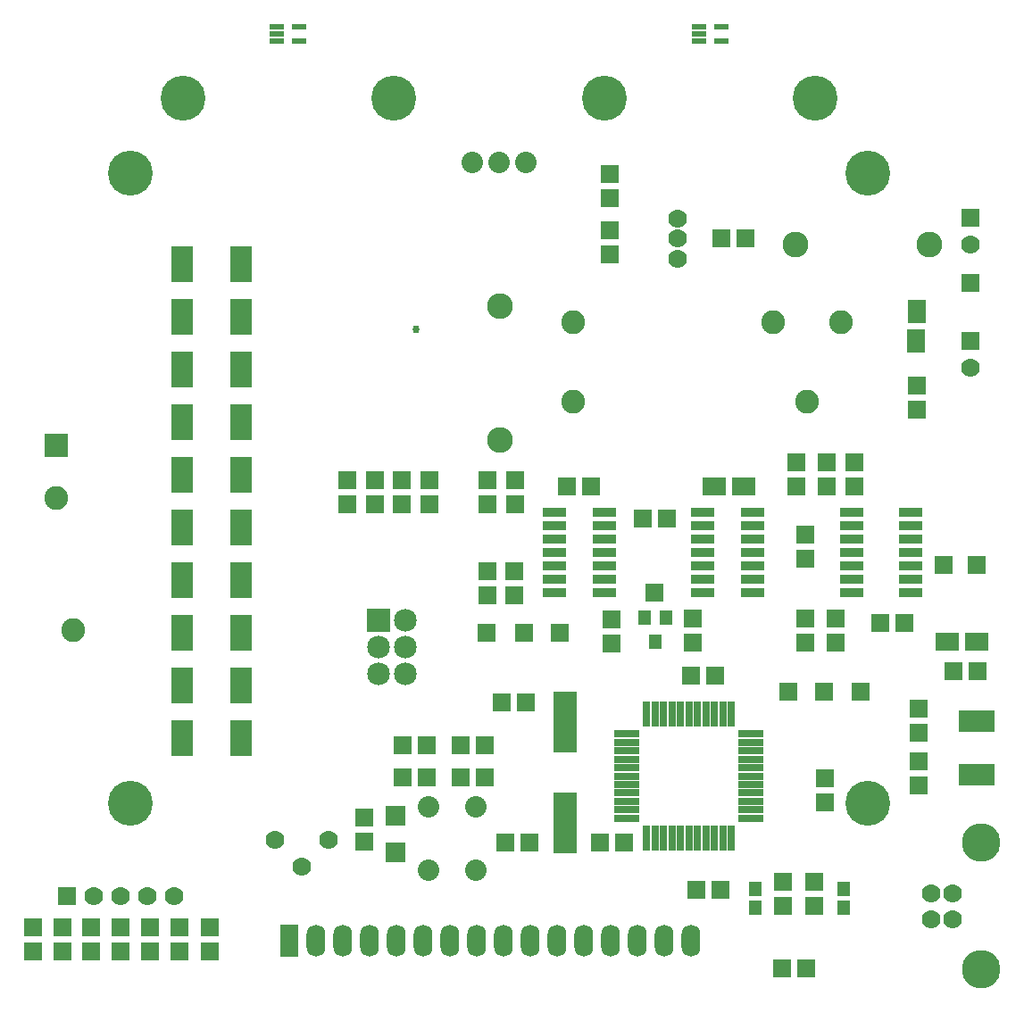
<source format=gts>
%FSLAX23Y23*%
%MOIN*%
G04 EasyPC Gerber Version 16.0.6 Build 3249 *
%ADD167O,0.02575X0.02969*%
%ADD135O,0.07000X0.12000*%
%ADD163R,0.02969X0.09268*%
%ADD159R,0.04937X0.05291*%
%ADD157R,0.05000X0.05800*%
%ADD152R,0.06500X0.07000*%
%ADD158R,0.06500X0.09000*%
%ADD134R,0.07000X0.12000*%
%ADD151R,0.08100X0.13200*%
%ADD164R,0.08874X0.22654*%
%ADD126R,0.07000X0.07000*%
%ADD165R,0.07300X0.07300*%
%ADD132R,0.08500X0.08500*%
%ADD153R,0.08874X0.08874*%
%ADD127C,0.07000*%
%ADD131C,0.07000*%
%ADD136C,0.08000*%
%ADD125C,0.08000*%
%ADD133C,0.08500*%
%ADD128C,0.08874*%
%ADD166C,0.08874*%
%ADD129C,0.09600*%
%ADD130C,0.14386*%
%ADD161R,0.05600X0.02400*%
%ADD162R,0.09268X0.02969*%
%ADD154R,0.08800X0.03200*%
%ADD150R,0.09000X0.03500*%
%ADD155R,0.07000X0.06500*%
%ADD156R,0.09000X0.06500*%
%ADD160R,0.13600X0.08000*%
%ADD124C,0.16748*%
X0Y0D02*
D02*
D124*
X593Y1362D03*
Y3716D03*
X790Y3996D03*
X1577D03*
X2365D03*
X3152D03*
X3349Y1362D03*
Y3716D03*
D02*
D125*
X1871Y3756D03*
X1971D03*
X2071D03*
D02*
D126*
X357Y1016D03*
X1924Y2000D03*
X2065D03*
X2199D03*
X2550Y2150D03*
X3050Y1779D03*
X3184D03*
X3321D03*
X3632Y2252D03*
X3731Y3090D03*
Y3307D03*
Y3551D03*
X3754Y2252D03*
D02*
D127*
X457Y1016D03*
X557D03*
X657D03*
X757D03*
X3585Y929D03*
Y1027D03*
X3664Y929D03*
Y1027D03*
X3731Y2990D03*
Y3451D03*
D02*
D128*
X317Y2504D03*
X2247Y2862D03*
Y3161D03*
X2995D03*
X3121Y2862D03*
X3247Y3161D03*
D02*
D129*
X1975Y2720D03*
Y3220D03*
X3077Y3449D03*
X3577D03*
D02*
D130*
X3770Y742D03*
Y1215D03*
D02*
D131*
X1133Y1228D03*
X1233Y1128D03*
X1333Y1228D03*
X2636Y3398D03*
Y3473D03*
Y3548D03*
D02*
D132*
X1520Y2048D03*
D02*
D133*
Y1848D03*
Y1948D03*
X1620Y1848D03*
Y1948D03*
Y2048D03*
D02*
D134*
X1188Y850D03*
D02*
D135*
X1288D03*
X1388D03*
X1488D03*
X1588D03*
X1688D03*
X1788D03*
X1888D03*
X1988D03*
X2088D03*
X2188D03*
X2288D03*
X2388D03*
X2488D03*
X2588D03*
X2688D03*
D02*
D136*
X1707Y1114D03*
Y1350D03*
X1884Y1114D03*
Y1350D03*
D02*
D150*
X3286Y2149D03*
Y2199D03*
Y2249D03*
Y2299D03*
Y2349D03*
Y2399D03*
Y2449D03*
X3506Y2149D03*
Y2199D03*
Y2249D03*
Y2299D03*
Y2349D03*
Y2399D03*
Y2449D03*
D02*
D151*
X786Y1606D03*
Y1803D03*
Y2000D03*
Y2197D03*
Y2394D03*
Y2590D03*
Y2787D03*
Y2984D03*
Y3181D03*
Y3378D03*
X1006Y1606D03*
Y1803D03*
Y2000D03*
Y2197D03*
Y2394D03*
Y2590D03*
Y2787D03*
Y2984D03*
Y3181D03*
Y3378D03*
D02*
D152*
X231Y809D03*
Y899D03*
X341Y809D03*
Y899D03*
X447Y809D03*
Y899D03*
X558Y809D03*
Y899D03*
X668Y809D03*
Y899D03*
X778Y809D03*
Y899D03*
X892Y809D03*
Y899D03*
X1404Y2479D03*
Y2569D03*
X1467Y1219D03*
Y1309D03*
X1506Y2479D03*
Y2569D03*
X1609Y2479D03*
Y2569D03*
X1711Y2479D03*
Y2569D03*
X1928Y2140D03*
Y2230D03*
Y2479D03*
Y2569D03*
X2026Y2140D03*
Y2230D03*
X2030Y2479D03*
Y2569D03*
X2384Y3412D03*
Y3502D03*
Y3624D03*
Y3714D03*
X2392Y1959D03*
Y2049D03*
X2695Y1963D03*
Y2053D03*
X3030Y979D03*
Y1069D03*
X3081Y2545D03*
Y2635D03*
X3113Y1963D03*
Y2053D03*
Y2278D03*
Y2368D03*
X3148Y979D03*
Y1069D03*
X3188Y1368D03*
Y1458D03*
X3195Y2545D03*
Y2635D03*
X3227Y1963D03*
Y2053D03*
X3298Y2545D03*
Y2635D03*
X3530Y2833D03*
Y2923D03*
X3538Y1431D03*
Y1521D03*
Y1628D03*
Y1718D03*
D02*
D153*
X317Y2701D03*
D02*
D154*
X2177Y2149D03*
Y2199D03*
Y2249D03*
Y2299D03*
Y2349D03*
Y2399D03*
Y2449D03*
X2363Y2149D03*
Y2199D03*
Y2249D03*
Y2299D03*
Y2349D03*
Y2399D03*
Y2449D03*
X2732Y2149D03*
Y2199D03*
Y2249D03*
Y2299D03*
Y2349D03*
Y2399D03*
Y2449D03*
X2918Y2149D03*
Y2199D03*
Y2249D03*
Y2299D03*
Y2349D03*
Y2399D03*
Y2449D03*
D02*
D155*
X1611Y1461D03*
Y1579D03*
X1701Y1461D03*
Y1579D03*
X1828Y1461D03*
Y1579D03*
X1918Y1461D03*
Y1579D03*
X1981Y1740D03*
X1993Y1216D03*
X2071Y1740D03*
X2083Y1216D03*
X2225Y2547D03*
X2315D03*
X2347Y1216D03*
X2437D03*
X2509Y2425D03*
X2599D03*
X2686Y1839D03*
X2706Y1039D03*
X2776Y1839D03*
X2796Y1039D03*
X2800Y3472D03*
X2890D03*
X3028Y748D03*
X3118D03*
X3395Y2035D03*
X3485D03*
X3666Y1858D03*
X3756D03*
D02*
D156*
X2774Y2548D03*
X2884Y2547D03*
X3644Y1968D03*
X3754Y1967D03*
D02*
D157*
X2514Y2055D03*
X2554Y1968D03*
X2594Y2055D03*
D02*
D158*
X3529Y3091D03*
X3530Y3201D03*
D02*
D159*
X2928Y973D03*
Y1043D03*
X3258Y973D03*
Y1043D03*
D02*
D160*
X3754Y1471D03*
Y1671D03*
D02*
D161*
X1142Y4211D03*
Y4236D03*
Y4262D03*
X1225Y4211D03*
Y4262D03*
X2717Y4211D03*
Y4236D03*
Y4262D03*
X2800Y4211D03*
Y4262D03*
D02*
D162*
X2447Y1307D03*
Y1339D03*
Y1370D03*
Y1402D03*
Y1433D03*
Y1464D03*
Y1496D03*
Y1527D03*
Y1559D03*
Y1590D03*
Y1622D03*
X2912Y1307D03*
Y1339D03*
Y1370D03*
Y1402D03*
Y1433D03*
Y1464D03*
Y1496D03*
Y1527D03*
Y1559D03*
Y1590D03*
Y1622D03*
D02*
D163*
X2522Y1232D03*
Y1697D03*
X2554Y1232D03*
Y1697D03*
X2585Y1232D03*
Y1697D03*
X2617Y1232D03*
Y1697D03*
X2648Y1232D03*
Y1697D03*
X2680Y1232D03*
Y1697D03*
X2711Y1232D03*
Y1697D03*
X2743Y1232D03*
Y1697D03*
X2774Y1232D03*
Y1697D03*
X2806Y1232D03*
Y1697D03*
X2837Y1232D03*
Y1697D03*
D02*
D164*
X2219Y1291D03*
Y1665D03*
D02*
D165*
X1585Y1181D03*
Y1315D03*
D02*
D166*
X380Y2011D03*
D02*
D167*
X1660Y3134D03*
X0Y0D02*
M02*

</source>
